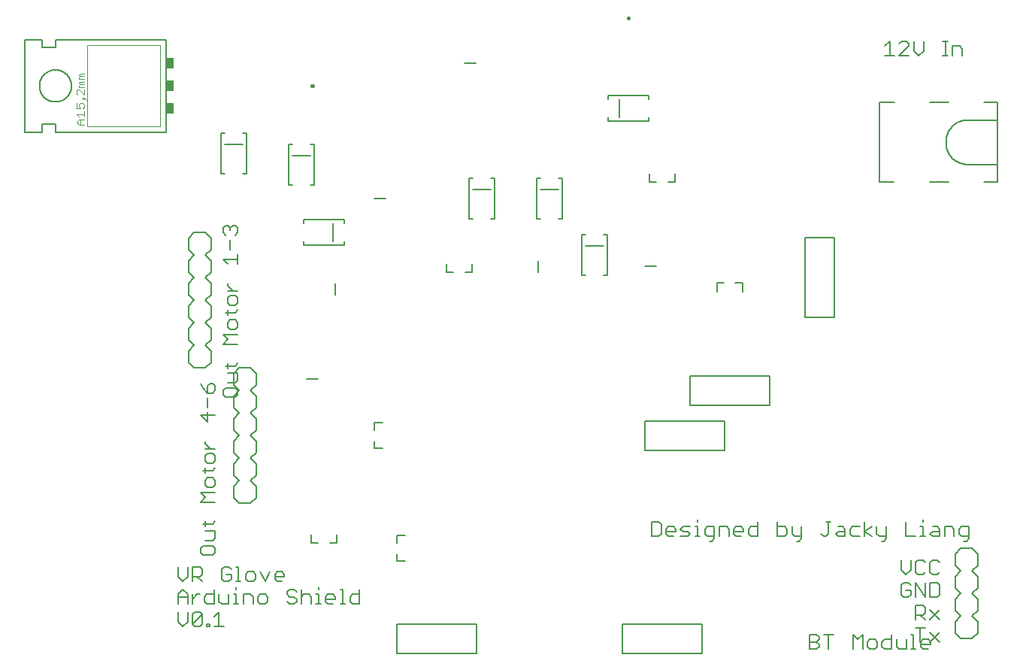
<source format=gto>
G75*
%MOIN*%
%OFA0B0*%
%FSLAX25Y25*%
%IPPOS*%
%LPD*%
%AMOC8*
5,1,8,0,0,1.08239X$1,22.5*
%
%ADD10C,0.00600*%
%ADD11C,0.00800*%
%ADD12C,0.00200*%
%ADD13C,0.00400*%
%ADD14R,0.03500X0.05000*%
%ADD15C,0.01600*%
D10*
X0358633Y0067435D02*
X0360768Y0065300D01*
X0362904Y0067435D01*
X0362904Y0071705D01*
X0365079Y0070638D02*
X0365079Y0066368D01*
X0369349Y0070638D01*
X0369349Y0066368D01*
X0368282Y0065300D01*
X0366146Y0065300D01*
X0365079Y0066368D01*
X0365079Y0070638D02*
X0366146Y0071705D01*
X0368282Y0071705D01*
X0369349Y0070638D01*
X0371524Y0066368D02*
X0372592Y0066368D01*
X0372592Y0065300D01*
X0371524Y0065300D01*
X0371524Y0066368D01*
X0374747Y0065300D02*
X0379017Y0065300D01*
X0376882Y0065300D02*
X0376882Y0071705D01*
X0374747Y0069570D01*
X0374720Y0075300D02*
X0371518Y0075300D01*
X0370450Y0076368D01*
X0370450Y0078503D01*
X0371518Y0079570D01*
X0374720Y0079570D01*
X0374720Y0081705D02*
X0374720Y0075300D01*
X0376896Y0076368D02*
X0377963Y0075300D01*
X0381166Y0075300D01*
X0381166Y0079570D01*
X0383341Y0079570D02*
X0384409Y0079570D01*
X0384409Y0075300D01*
X0385476Y0075300D02*
X0383341Y0075300D01*
X0387638Y0075300D02*
X0387638Y0079570D01*
X0390841Y0079570D01*
X0391908Y0078503D01*
X0391908Y0075300D01*
X0394084Y0076368D02*
X0395151Y0075300D01*
X0397286Y0075300D01*
X0398354Y0076368D01*
X0398354Y0078503D01*
X0397286Y0079570D01*
X0395151Y0079570D01*
X0394084Y0078503D01*
X0394084Y0076368D01*
X0406975Y0076368D02*
X0408042Y0075300D01*
X0410177Y0075300D01*
X0411245Y0076368D01*
X0411245Y0077435D01*
X0410177Y0078503D01*
X0408042Y0078503D01*
X0406975Y0079570D01*
X0406975Y0080638D01*
X0408042Y0081705D01*
X0410177Y0081705D01*
X0411245Y0080638D01*
X0413420Y0081705D02*
X0413420Y0075300D01*
X0413420Y0078503D02*
X0414488Y0079570D01*
X0416623Y0079570D01*
X0417690Y0078503D01*
X0417690Y0075300D01*
X0419866Y0075300D02*
X0422001Y0075300D01*
X0420933Y0075300D02*
X0420933Y0079570D01*
X0419866Y0079570D01*
X0420933Y0081705D02*
X0420933Y0082773D01*
X0424163Y0078503D02*
X0425230Y0079570D01*
X0427365Y0079570D01*
X0428433Y0078503D01*
X0428433Y0077435D01*
X0424163Y0077435D01*
X0424163Y0076368D02*
X0424163Y0078503D01*
X0424163Y0076368D02*
X0425230Y0075300D01*
X0427365Y0075300D01*
X0430608Y0075300D02*
X0432743Y0075300D01*
X0431676Y0075300D02*
X0431676Y0081705D01*
X0430608Y0081705D01*
X0434905Y0078503D02*
X0435973Y0079570D01*
X0439175Y0079570D01*
X0439175Y0081705D02*
X0439175Y0075300D01*
X0435973Y0075300D01*
X0434905Y0076368D01*
X0434905Y0078503D01*
X0405874Y0087435D02*
X0401603Y0087435D01*
X0401603Y0086368D02*
X0401603Y0088503D01*
X0402671Y0089570D01*
X0404806Y0089570D01*
X0405874Y0088503D01*
X0405874Y0087435D01*
X0404806Y0085300D02*
X0402671Y0085300D01*
X0401603Y0086368D01*
X0399428Y0089570D02*
X0397293Y0085300D01*
X0395158Y0089570D01*
X0392983Y0088503D02*
X0392983Y0086368D01*
X0391915Y0085300D01*
X0389780Y0085300D01*
X0388712Y0086368D01*
X0388712Y0088503D01*
X0389780Y0089570D01*
X0391915Y0089570D01*
X0392983Y0088503D01*
X0386550Y0085300D02*
X0384415Y0085300D01*
X0385483Y0085300D02*
X0385483Y0091705D01*
X0384415Y0091705D01*
X0382240Y0090638D02*
X0381173Y0091705D01*
X0379037Y0091705D01*
X0377970Y0090638D01*
X0377970Y0086368D01*
X0379037Y0085300D01*
X0381173Y0085300D01*
X0382240Y0086368D01*
X0382240Y0088503D01*
X0380105Y0088503D01*
X0384409Y0082773D02*
X0384409Y0081705D01*
X0376896Y0079570D02*
X0376896Y0076368D01*
X0368282Y0079570D02*
X0367214Y0079570D01*
X0365079Y0077435D01*
X0365079Y0075300D02*
X0365079Y0079570D01*
X0362904Y0079570D02*
X0362904Y0075300D01*
X0362904Y0078503D02*
X0358633Y0078503D01*
X0358633Y0079570D02*
X0360768Y0081705D01*
X0362904Y0079570D01*
X0358633Y0079570D02*
X0358633Y0075300D01*
X0358633Y0071705D02*
X0358633Y0067435D01*
X0360768Y0085300D02*
X0362904Y0087435D01*
X0362904Y0091705D01*
X0365079Y0091705D02*
X0368282Y0091705D01*
X0369349Y0090638D01*
X0369349Y0088503D01*
X0368282Y0087435D01*
X0365079Y0087435D01*
X0367214Y0087435D02*
X0369349Y0085300D01*
X0365079Y0085300D02*
X0365079Y0091705D01*
X0358633Y0091705D02*
X0358633Y0087435D01*
X0360768Y0085300D01*
X0369695Y0096880D02*
X0373966Y0096880D01*
X0375033Y0097947D01*
X0375033Y0100082D01*
X0373966Y0101150D01*
X0369695Y0101150D01*
X0368628Y0100082D01*
X0368628Y0097947D01*
X0369695Y0096880D01*
X0370763Y0103325D02*
X0373966Y0103325D01*
X0375033Y0104393D01*
X0375033Y0107595D01*
X0370763Y0107595D01*
X0370763Y0109771D02*
X0370763Y0111906D01*
X0369695Y0110838D02*
X0373966Y0110838D01*
X0375033Y0111906D01*
X0375033Y0120513D02*
X0368628Y0120513D01*
X0370763Y0122648D01*
X0368628Y0124783D01*
X0375033Y0124783D01*
X0373966Y0126959D02*
X0371831Y0126959D01*
X0370763Y0128026D01*
X0370763Y0130161D01*
X0371831Y0131229D01*
X0373966Y0131229D01*
X0375033Y0130161D01*
X0375033Y0128026D01*
X0373966Y0126959D01*
X0370763Y0133404D02*
X0370763Y0135539D01*
X0369695Y0134472D02*
X0373966Y0134472D01*
X0375033Y0135539D01*
X0373966Y0137701D02*
X0375033Y0138769D01*
X0375033Y0140904D01*
X0373966Y0141971D01*
X0371831Y0141971D01*
X0370763Y0140904D01*
X0370763Y0138769D01*
X0371831Y0137701D01*
X0373966Y0137701D01*
X0375033Y0144147D02*
X0370763Y0144147D01*
X0370763Y0146282D02*
X0370763Y0147349D01*
X0370763Y0146282D02*
X0372898Y0144147D01*
X0371831Y0155963D02*
X0371831Y0160234D01*
X0371831Y0162409D02*
X0371831Y0166679D01*
X0371831Y0168854D02*
X0371831Y0172057D01*
X0372898Y0173125D01*
X0373966Y0173125D01*
X0375033Y0172057D01*
X0375033Y0169922D01*
X0373966Y0168854D01*
X0371831Y0168854D01*
X0369695Y0170990D01*
X0368628Y0173125D01*
X0378628Y0170082D02*
X0378628Y0167947D01*
X0379695Y0166880D01*
X0383966Y0166880D01*
X0385033Y0167947D01*
X0385033Y0170082D01*
X0383966Y0171150D01*
X0379695Y0171150D01*
X0378628Y0170082D01*
X0380763Y0173325D02*
X0383966Y0173325D01*
X0385033Y0174393D01*
X0385033Y0177595D01*
X0380763Y0177595D01*
X0380763Y0179771D02*
X0380763Y0181906D01*
X0379695Y0180838D02*
X0383966Y0180838D01*
X0385033Y0181906D01*
X0385033Y0190513D02*
X0378628Y0190513D01*
X0380763Y0192648D01*
X0378628Y0194783D01*
X0385033Y0194783D01*
X0383966Y0196959D02*
X0385033Y0198026D01*
X0385033Y0200161D01*
X0383966Y0201229D01*
X0381831Y0201229D01*
X0380763Y0200161D01*
X0380763Y0198026D01*
X0381831Y0196959D01*
X0383966Y0196959D01*
X0380763Y0203404D02*
X0380763Y0205539D01*
X0379695Y0204472D02*
X0383966Y0204472D01*
X0385033Y0205539D01*
X0383966Y0207701D02*
X0385033Y0208769D01*
X0385033Y0210904D01*
X0383966Y0211971D01*
X0381831Y0211971D01*
X0380763Y0210904D01*
X0380763Y0208769D01*
X0381831Y0207701D01*
X0383966Y0207701D01*
X0385033Y0214147D02*
X0380763Y0214147D01*
X0382898Y0214147D02*
X0380763Y0216282D01*
X0380763Y0217349D01*
X0380763Y0225963D02*
X0378628Y0228099D01*
X0385033Y0228099D01*
X0385033Y0230234D02*
X0385033Y0225963D01*
X0381831Y0232409D02*
X0381831Y0236679D01*
X0383966Y0238854D02*
X0385033Y0239922D01*
X0385033Y0242057D01*
X0383966Y0243125D01*
X0382898Y0243125D01*
X0381831Y0242057D01*
X0381831Y0240990D01*
X0381831Y0242057D02*
X0380763Y0243125D01*
X0379695Y0243125D01*
X0378628Y0242057D01*
X0378628Y0239922D01*
X0379695Y0238854D01*
X0477733Y0226181D02*
X0477733Y0222400D01*
X0480843Y0222400D01*
X0485922Y0222400D02*
X0488933Y0222400D01*
X0488933Y0226181D01*
X0567733Y0262400D02*
X0570843Y0262400D01*
X0567733Y0262400D02*
X0567733Y0266181D01*
X0575922Y0262400D02*
X0578933Y0262400D01*
X0578933Y0266181D01*
X0597733Y0217600D02*
X0600744Y0217600D01*
X0597733Y0217600D02*
X0597733Y0213819D01*
X0605824Y0217600D02*
X0608933Y0217600D01*
X0608933Y0213819D01*
X0449514Y0155600D02*
X0445733Y0155600D01*
X0445733Y0152491D01*
X0445733Y0147411D02*
X0445733Y0144400D01*
X0449514Y0144400D01*
X0375033Y0159166D02*
X0368628Y0159166D01*
X0371831Y0155963D01*
X0417733Y0106181D02*
X0417733Y0102400D01*
X0420843Y0102400D01*
X0425922Y0102400D02*
X0428933Y0102400D01*
X0428933Y0106181D01*
X0455733Y0105600D02*
X0455733Y0102491D01*
X0455733Y0105600D02*
X0459514Y0105600D01*
X0455733Y0097411D02*
X0455733Y0094400D01*
X0459514Y0094400D01*
X0568633Y0105300D02*
X0571836Y0105300D01*
X0572904Y0106368D01*
X0572904Y0110638D01*
X0571836Y0111705D01*
X0568633Y0111705D01*
X0568633Y0105300D01*
X0575079Y0106368D02*
X0575079Y0108503D01*
X0576146Y0109570D01*
X0578282Y0109570D01*
X0579349Y0108503D01*
X0579349Y0107435D01*
X0575079Y0107435D01*
X0575079Y0106368D02*
X0576146Y0105300D01*
X0578282Y0105300D01*
X0581524Y0105300D02*
X0584727Y0105300D01*
X0585795Y0106368D01*
X0584727Y0107435D01*
X0582592Y0107435D01*
X0581524Y0108503D01*
X0582592Y0109570D01*
X0585795Y0109570D01*
X0587970Y0109570D02*
X0589037Y0109570D01*
X0589037Y0105300D01*
X0587970Y0105300D02*
X0590105Y0105300D01*
X0592267Y0106368D02*
X0592267Y0108503D01*
X0593334Y0109570D01*
X0596537Y0109570D01*
X0596537Y0104232D01*
X0595470Y0103165D01*
X0594402Y0103165D01*
X0593334Y0105300D02*
X0596537Y0105300D01*
X0598712Y0105300D02*
X0598712Y0109570D01*
X0601915Y0109570D01*
X0602983Y0108503D01*
X0602983Y0105300D01*
X0605158Y0106368D02*
X0605158Y0108503D01*
X0606225Y0109570D01*
X0608361Y0109570D01*
X0609428Y0108503D01*
X0609428Y0107435D01*
X0605158Y0107435D01*
X0605158Y0106368D02*
X0606225Y0105300D01*
X0608361Y0105300D01*
X0611603Y0106368D02*
X0611603Y0108503D01*
X0612671Y0109570D01*
X0615874Y0109570D01*
X0615874Y0111705D02*
X0615874Y0105300D01*
X0612671Y0105300D01*
X0611603Y0106368D01*
X0624494Y0105300D02*
X0624494Y0111705D01*
X0624494Y0109570D02*
X0627697Y0109570D01*
X0628765Y0108503D01*
X0628765Y0106368D01*
X0627697Y0105300D01*
X0624494Y0105300D01*
X0630940Y0106368D02*
X0630940Y0109570D01*
X0630940Y0106368D02*
X0632007Y0105300D01*
X0635210Y0105300D01*
X0635210Y0104232D02*
X0634143Y0103165D01*
X0633075Y0103165D01*
X0635210Y0104232D02*
X0635210Y0109570D01*
X0643831Y0106368D02*
X0644898Y0105300D01*
X0645966Y0105300D01*
X0647034Y0106368D01*
X0647034Y0111705D01*
X0648101Y0111705D02*
X0645966Y0111705D01*
X0651344Y0109570D02*
X0653479Y0109570D01*
X0654547Y0108503D01*
X0654547Y0105300D01*
X0651344Y0105300D01*
X0650276Y0106368D01*
X0651344Y0107435D01*
X0654547Y0107435D01*
X0656722Y0106368D02*
X0656722Y0108503D01*
X0657789Y0109570D01*
X0660992Y0109570D01*
X0663167Y0107435D02*
X0666370Y0109570D01*
X0668539Y0109570D02*
X0668539Y0106368D01*
X0669606Y0105300D01*
X0672809Y0105300D01*
X0672809Y0104232D02*
X0671741Y0103165D01*
X0670674Y0103165D01*
X0672809Y0104232D02*
X0672809Y0109570D01*
X0666370Y0105300D02*
X0663167Y0107435D01*
X0663167Y0105300D02*
X0663167Y0111705D01*
X0660992Y0105300D02*
X0657789Y0105300D01*
X0656722Y0106368D01*
X0681430Y0105300D02*
X0685700Y0105300D01*
X0687875Y0105300D02*
X0690010Y0105300D01*
X0688943Y0105300D02*
X0688943Y0109570D01*
X0687875Y0109570D01*
X0688943Y0111705D02*
X0688943Y0112773D01*
X0693240Y0109570D02*
X0695375Y0109570D01*
X0696442Y0108503D01*
X0696442Y0105300D01*
X0693240Y0105300D01*
X0692172Y0106368D01*
X0693240Y0107435D01*
X0696442Y0107435D01*
X0698618Y0105300D02*
X0698618Y0109570D01*
X0701820Y0109570D01*
X0702888Y0108503D01*
X0702888Y0105300D01*
X0705063Y0106368D02*
X0706131Y0105300D01*
X0709333Y0105300D01*
X0709333Y0104232D02*
X0709333Y0109570D01*
X0706131Y0109570D01*
X0705063Y0108503D01*
X0705063Y0106368D01*
X0707198Y0103165D02*
X0708266Y0103165D01*
X0709333Y0104232D01*
X0696458Y0093638D02*
X0695391Y0094705D01*
X0693255Y0094705D01*
X0692188Y0093638D01*
X0692188Y0089368D01*
X0693255Y0088300D01*
X0695391Y0088300D01*
X0696458Y0089368D01*
X0695391Y0084705D02*
X0692188Y0084705D01*
X0692188Y0078300D01*
X0695391Y0078300D01*
X0696458Y0079368D01*
X0696458Y0083638D01*
X0695391Y0084705D01*
X0690013Y0084705D02*
X0690013Y0078300D01*
X0685742Y0084705D01*
X0685742Y0078300D01*
X0683567Y0079368D02*
X0683567Y0081503D01*
X0681432Y0081503D01*
X0683567Y0083638D02*
X0682500Y0084705D01*
X0680364Y0084705D01*
X0679297Y0083638D01*
X0679297Y0079368D01*
X0680364Y0078300D01*
X0682500Y0078300D01*
X0683567Y0079368D01*
X0685742Y0074705D02*
X0688945Y0074705D01*
X0690013Y0073638D01*
X0690013Y0071503D01*
X0688945Y0070435D01*
X0685742Y0070435D01*
X0685742Y0068300D02*
X0685742Y0074705D01*
X0687877Y0070435D02*
X0690013Y0068300D01*
X0692188Y0068300D02*
X0696458Y0072570D01*
X0692188Y0072570D02*
X0696458Y0068300D01*
X0696458Y0062570D02*
X0692188Y0058300D01*
X0692319Y0058503D02*
X0692319Y0057435D01*
X0688049Y0057435D01*
X0687877Y0058300D02*
X0687877Y0064705D01*
X0685742Y0064705D02*
X0690013Y0064705D01*
X0692188Y0062570D02*
X0696458Y0058300D01*
X0692319Y0058503D02*
X0691252Y0059570D01*
X0689116Y0059570D01*
X0688049Y0058503D01*
X0688049Y0056368D01*
X0689116Y0055300D01*
X0691252Y0055300D01*
X0685887Y0055300D02*
X0683752Y0055300D01*
X0684819Y0055300D02*
X0684819Y0061705D01*
X0683752Y0061705D01*
X0681577Y0059570D02*
X0681577Y0055300D01*
X0678374Y0055300D01*
X0677306Y0056368D01*
X0677306Y0059570D01*
X0675131Y0059570D02*
X0671928Y0059570D01*
X0670861Y0058503D01*
X0670861Y0056368D01*
X0671928Y0055300D01*
X0675131Y0055300D01*
X0675131Y0061705D01*
X0668686Y0058503D02*
X0667618Y0059570D01*
X0665483Y0059570D01*
X0664415Y0058503D01*
X0664415Y0056368D01*
X0665483Y0055300D01*
X0667618Y0055300D01*
X0668686Y0056368D01*
X0668686Y0058503D01*
X0662240Y0061705D02*
X0662240Y0055300D01*
X0657970Y0055300D02*
X0657970Y0061705D01*
X0660105Y0059570D01*
X0662240Y0061705D01*
X0649349Y0061705D02*
X0645079Y0061705D01*
X0647214Y0061705D02*
X0647214Y0055300D01*
X0642904Y0056368D02*
X0641836Y0055300D01*
X0638633Y0055300D01*
X0638633Y0061705D01*
X0641836Y0061705D01*
X0642904Y0060638D01*
X0642904Y0059570D01*
X0641836Y0058503D01*
X0638633Y0058503D01*
X0641836Y0058503D02*
X0642904Y0057435D01*
X0642904Y0056368D01*
X0679297Y0090435D02*
X0681432Y0088300D01*
X0683567Y0090435D01*
X0683567Y0094705D01*
X0685742Y0093638D02*
X0685742Y0089368D01*
X0686810Y0088300D01*
X0688945Y0088300D01*
X0690013Y0089368D01*
X0679297Y0090435D02*
X0679297Y0094705D01*
X0685742Y0093638D02*
X0686810Y0094705D01*
X0688945Y0094705D01*
X0690013Y0093638D01*
X0681430Y0105300D02*
X0681430Y0111705D01*
X0593334Y0105300D02*
X0592267Y0106368D01*
X0589037Y0111705D02*
X0589037Y0112773D01*
X0353333Y0284500D02*
X0304333Y0284500D01*
X0304333Y0288000D01*
X0298333Y0288000D01*
X0298333Y0284500D01*
X0290833Y0284500D01*
X0290833Y0325500D01*
X0298333Y0325500D01*
X0298333Y0322000D01*
X0304333Y0322000D01*
X0304333Y0325500D01*
X0353333Y0325500D01*
X0353333Y0284500D01*
X0297233Y0305000D02*
X0297235Y0305174D01*
X0297242Y0305348D01*
X0297252Y0305522D01*
X0297267Y0305696D01*
X0297286Y0305869D01*
X0297310Y0306042D01*
X0297338Y0306214D01*
X0297369Y0306385D01*
X0297406Y0306556D01*
X0297446Y0306725D01*
X0297490Y0306894D01*
X0297539Y0307061D01*
X0297591Y0307227D01*
X0297648Y0307392D01*
X0297709Y0307555D01*
X0297773Y0307717D01*
X0297842Y0307877D01*
X0297915Y0308036D01*
X0297991Y0308192D01*
X0298071Y0308347D01*
X0298155Y0308500D01*
X0298243Y0308650D01*
X0298335Y0308798D01*
X0298430Y0308945D01*
X0298528Y0309088D01*
X0298630Y0309229D01*
X0298736Y0309368D01*
X0298845Y0309504D01*
X0298957Y0309638D01*
X0299072Y0309768D01*
X0299191Y0309896D01*
X0299313Y0310020D01*
X0299437Y0310142D01*
X0299565Y0310261D01*
X0299695Y0310376D01*
X0299829Y0310488D01*
X0299965Y0310597D01*
X0300104Y0310703D01*
X0300245Y0310805D01*
X0300388Y0310903D01*
X0300535Y0310998D01*
X0300683Y0311090D01*
X0300833Y0311178D01*
X0300986Y0311262D01*
X0301141Y0311342D01*
X0301297Y0311418D01*
X0301456Y0311491D01*
X0301616Y0311560D01*
X0301778Y0311624D01*
X0301941Y0311685D01*
X0302106Y0311742D01*
X0302272Y0311794D01*
X0302439Y0311843D01*
X0302608Y0311887D01*
X0302777Y0311927D01*
X0302948Y0311964D01*
X0303119Y0311995D01*
X0303291Y0312023D01*
X0303464Y0312047D01*
X0303637Y0312066D01*
X0303811Y0312081D01*
X0303985Y0312091D01*
X0304159Y0312098D01*
X0304333Y0312100D01*
X0304507Y0312098D01*
X0304681Y0312091D01*
X0304855Y0312081D01*
X0305029Y0312066D01*
X0305202Y0312047D01*
X0305375Y0312023D01*
X0305547Y0311995D01*
X0305718Y0311964D01*
X0305889Y0311927D01*
X0306058Y0311887D01*
X0306227Y0311843D01*
X0306394Y0311794D01*
X0306560Y0311742D01*
X0306725Y0311685D01*
X0306888Y0311624D01*
X0307050Y0311560D01*
X0307210Y0311491D01*
X0307369Y0311418D01*
X0307525Y0311342D01*
X0307680Y0311262D01*
X0307833Y0311178D01*
X0307983Y0311090D01*
X0308131Y0310998D01*
X0308278Y0310903D01*
X0308421Y0310805D01*
X0308562Y0310703D01*
X0308701Y0310597D01*
X0308837Y0310488D01*
X0308971Y0310376D01*
X0309101Y0310261D01*
X0309229Y0310142D01*
X0309353Y0310020D01*
X0309475Y0309896D01*
X0309594Y0309768D01*
X0309709Y0309638D01*
X0309821Y0309504D01*
X0309930Y0309368D01*
X0310036Y0309229D01*
X0310138Y0309088D01*
X0310236Y0308945D01*
X0310331Y0308798D01*
X0310423Y0308650D01*
X0310511Y0308500D01*
X0310595Y0308347D01*
X0310675Y0308192D01*
X0310751Y0308036D01*
X0310824Y0307877D01*
X0310893Y0307717D01*
X0310957Y0307555D01*
X0311018Y0307392D01*
X0311075Y0307227D01*
X0311127Y0307061D01*
X0311176Y0306894D01*
X0311220Y0306725D01*
X0311260Y0306556D01*
X0311297Y0306385D01*
X0311328Y0306214D01*
X0311356Y0306042D01*
X0311380Y0305869D01*
X0311399Y0305696D01*
X0311414Y0305522D01*
X0311424Y0305348D01*
X0311431Y0305174D01*
X0311433Y0305000D01*
X0311431Y0304826D01*
X0311424Y0304652D01*
X0311414Y0304478D01*
X0311399Y0304304D01*
X0311380Y0304131D01*
X0311356Y0303958D01*
X0311328Y0303786D01*
X0311297Y0303615D01*
X0311260Y0303444D01*
X0311220Y0303275D01*
X0311176Y0303106D01*
X0311127Y0302939D01*
X0311075Y0302773D01*
X0311018Y0302608D01*
X0310957Y0302445D01*
X0310893Y0302283D01*
X0310824Y0302123D01*
X0310751Y0301964D01*
X0310675Y0301808D01*
X0310595Y0301653D01*
X0310511Y0301500D01*
X0310423Y0301350D01*
X0310331Y0301202D01*
X0310236Y0301055D01*
X0310138Y0300912D01*
X0310036Y0300771D01*
X0309930Y0300632D01*
X0309821Y0300496D01*
X0309709Y0300362D01*
X0309594Y0300232D01*
X0309475Y0300104D01*
X0309353Y0299980D01*
X0309229Y0299858D01*
X0309101Y0299739D01*
X0308971Y0299624D01*
X0308837Y0299512D01*
X0308701Y0299403D01*
X0308562Y0299297D01*
X0308421Y0299195D01*
X0308278Y0299097D01*
X0308131Y0299002D01*
X0307983Y0298910D01*
X0307833Y0298822D01*
X0307680Y0298738D01*
X0307525Y0298658D01*
X0307369Y0298582D01*
X0307210Y0298509D01*
X0307050Y0298440D01*
X0306888Y0298376D01*
X0306725Y0298315D01*
X0306560Y0298258D01*
X0306394Y0298206D01*
X0306227Y0298157D01*
X0306058Y0298113D01*
X0305889Y0298073D01*
X0305718Y0298036D01*
X0305547Y0298005D01*
X0305375Y0297977D01*
X0305202Y0297953D01*
X0305029Y0297934D01*
X0304855Y0297919D01*
X0304681Y0297909D01*
X0304507Y0297902D01*
X0304333Y0297900D01*
X0304159Y0297902D01*
X0303985Y0297909D01*
X0303811Y0297919D01*
X0303637Y0297934D01*
X0303464Y0297953D01*
X0303291Y0297977D01*
X0303119Y0298005D01*
X0302948Y0298036D01*
X0302777Y0298073D01*
X0302608Y0298113D01*
X0302439Y0298157D01*
X0302272Y0298206D01*
X0302106Y0298258D01*
X0301941Y0298315D01*
X0301778Y0298376D01*
X0301616Y0298440D01*
X0301456Y0298509D01*
X0301297Y0298582D01*
X0301141Y0298658D01*
X0300986Y0298738D01*
X0300833Y0298822D01*
X0300683Y0298910D01*
X0300535Y0299002D01*
X0300388Y0299097D01*
X0300245Y0299195D01*
X0300104Y0299297D01*
X0299965Y0299403D01*
X0299829Y0299512D01*
X0299695Y0299624D01*
X0299565Y0299739D01*
X0299437Y0299858D01*
X0299313Y0299980D01*
X0299191Y0300104D01*
X0299072Y0300232D01*
X0298957Y0300362D01*
X0298845Y0300496D01*
X0298736Y0300632D01*
X0298630Y0300771D01*
X0298528Y0300912D01*
X0298430Y0301055D01*
X0298335Y0301202D01*
X0298243Y0301350D01*
X0298155Y0301500D01*
X0298071Y0301653D01*
X0297991Y0301808D01*
X0297915Y0301964D01*
X0297842Y0302123D01*
X0297773Y0302283D01*
X0297709Y0302445D01*
X0297648Y0302608D01*
X0297591Y0302773D01*
X0297539Y0302939D01*
X0297490Y0303106D01*
X0297446Y0303275D01*
X0297406Y0303444D01*
X0297369Y0303615D01*
X0297338Y0303786D01*
X0297310Y0303958D01*
X0297286Y0304131D01*
X0297267Y0304304D01*
X0297252Y0304478D01*
X0297242Y0304652D01*
X0297235Y0304826D01*
X0297233Y0305000D01*
X0672109Y0318300D02*
X0676379Y0318300D01*
X0674244Y0318300D02*
X0674244Y0324705D01*
X0672109Y0322570D01*
X0678554Y0323638D02*
X0679622Y0324705D01*
X0681757Y0324705D01*
X0682825Y0323638D01*
X0682825Y0322570D01*
X0678554Y0318300D01*
X0682825Y0318300D01*
X0685000Y0320435D02*
X0687135Y0318300D01*
X0689270Y0320435D01*
X0689270Y0324705D01*
X0685000Y0324705D02*
X0685000Y0320435D01*
X0697891Y0318300D02*
X0700026Y0318300D01*
X0698958Y0318300D02*
X0698958Y0324705D01*
X0697891Y0324705D02*
X0700026Y0324705D01*
X0702188Y0322570D02*
X0705391Y0322570D01*
X0706458Y0321503D01*
X0706458Y0318300D01*
X0702188Y0318300D02*
X0702188Y0322570D01*
D11*
X0700459Y0297717D02*
X0692192Y0297717D01*
X0676444Y0297717D02*
X0669751Y0297717D01*
X0669751Y0262283D01*
X0676050Y0262283D01*
X0692192Y0262283D02*
X0700459Y0262283D01*
X0708333Y0270157D02*
X0722113Y0270157D01*
X0722113Y0289843D01*
X0708333Y0289843D01*
X0722113Y0289843D02*
X0722113Y0297717D01*
X0716207Y0297717D01*
X0708334Y0289843D02*
X0708106Y0289830D01*
X0707879Y0289811D01*
X0707652Y0289787D01*
X0707426Y0289758D01*
X0707201Y0289723D01*
X0706977Y0289683D01*
X0706754Y0289637D01*
X0706531Y0289586D01*
X0706311Y0289530D01*
X0706091Y0289468D01*
X0705873Y0289401D01*
X0705657Y0289329D01*
X0705443Y0289251D01*
X0705231Y0289169D01*
X0705020Y0289081D01*
X0704812Y0288988D01*
X0704606Y0288890D01*
X0704403Y0288788D01*
X0704202Y0288680D01*
X0704004Y0288568D01*
X0703808Y0288450D01*
X0703616Y0288329D01*
X0703426Y0288202D01*
X0703239Y0288071D01*
X0703056Y0287936D01*
X0702876Y0287796D01*
X0702700Y0287651D01*
X0702527Y0287503D01*
X0702358Y0287350D01*
X0702192Y0287194D01*
X0702030Y0287033D01*
X0701872Y0286869D01*
X0701719Y0286701D01*
X0701569Y0286529D01*
X0701423Y0286353D01*
X0701282Y0286174D01*
X0701145Y0285992D01*
X0701013Y0285807D01*
X0700885Y0285618D01*
X0700762Y0285426D01*
X0700643Y0285232D01*
X0700529Y0285034D01*
X0700420Y0284834D01*
X0700316Y0284632D01*
X0700217Y0284426D01*
X0700123Y0284219D01*
X0700033Y0284009D01*
X0699949Y0283797D01*
X0699870Y0283584D01*
X0699796Y0283368D01*
X0699728Y0283151D01*
X0699664Y0282932D01*
X0699606Y0282711D01*
X0699554Y0282490D01*
X0699506Y0282267D01*
X0699464Y0282043D01*
X0699428Y0281818D01*
X0699397Y0281592D01*
X0699371Y0281365D01*
X0699351Y0281138D01*
X0699337Y0280911D01*
X0699328Y0280683D01*
X0699324Y0280455D01*
X0699326Y0280228D01*
X0699333Y0280000D01*
X0699326Y0279772D01*
X0699324Y0279545D01*
X0699328Y0279317D01*
X0699337Y0279089D01*
X0699351Y0278862D01*
X0699371Y0278635D01*
X0699397Y0278408D01*
X0699428Y0278182D01*
X0699464Y0277957D01*
X0699506Y0277733D01*
X0699554Y0277510D01*
X0699606Y0277289D01*
X0699664Y0277068D01*
X0699728Y0276849D01*
X0699796Y0276632D01*
X0699870Y0276416D01*
X0699949Y0276203D01*
X0700033Y0275991D01*
X0700123Y0275781D01*
X0700217Y0275574D01*
X0700316Y0275368D01*
X0700420Y0275166D01*
X0700529Y0274966D01*
X0700643Y0274768D01*
X0700762Y0274574D01*
X0700885Y0274382D01*
X0701013Y0274193D01*
X0701145Y0274008D01*
X0701282Y0273826D01*
X0701423Y0273647D01*
X0701569Y0273471D01*
X0701719Y0273299D01*
X0701872Y0273131D01*
X0702030Y0272967D01*
X0702192Y0272806D01*
X0702358Y0272650D01*
X0702527Y0272497D01*
X0702700Y0272349D01*
X0702876Y0272204D01*
X0703056Y0272064D01*
X0703239Y0271929D01*
X0703426Y0271798D01*
X0703616Y0271671D01*
X0703808Y0271550D01*
X0704004Y0271432D01*
X0704202Y0271320D01*
X0704403Y0271212D01*
X0704606Y0271110D01*
X0704812Y0271012D01*
X0705020Y0270919D01*
X0705231Y0270831D01*
X0705443Y0270749D01*
X0705657Y0270671D01*
X0705873Y0270599D01*
X0706091Y0270532D01*
X0706311Y0270470D01*
X0706531Y0270414D01*
X0706754Y0270363D01*
X0706977Y0270317D01*
X0707201Y0270277D01*
X0707426Y0270242D01*
X0707652Y0270213D01*
X0707879Y0270189D01*
X0708106Y0270170D01*
X0708334Y0270157D01*
X0722113Y0270157D02*
X0722113Y0262283D01*
X0716207Y0262283D01*
X0649829Y0237717D02*
X0649829Y0202283D01*
X0636837Y0202283D01*
X0636837Y0237717D01*
X0649829Y0237717D01*
X0570833Y0225000D02*
X0565833Y0225000D01*
X0549042Y0220945D02*
X0547270Y0220945D01*
X0549042Y0220945D02*
X0549042Y0239055D01*
X0547270Y0239055D01*
X0547270Y0233937D02*
X0539396Y0233937D01*
X0539396Y0239055D02*
X0537625Y0239055D01*
X0537625Y0220945D01*
X0539396Y0220945D01*
X0518333Y0222500D02*
X0518333Y0227500D01*
X0517625Y0245945D02*
X0517625Y0264055D01*
X0519396Y0264055D01*
X0527270Y0264055D02*
X0529042Y0264055D01*
X0529042Y0245945D01*
X0527270Y0245945D01*
X0519396Y0245945D02*
X0517625Y0245945D01*
X0499042Y0245945D02*
X0497270Y0245945D01*
X0499042Y0245945D02*
X0499042Y0264055D01*
X0497270Y0264055D01*
X0489396Y0264055D02*
X0487625Y0264055D01*
X0487625Y0245945D01*
X0489396Y0245945D01*
X0489396Y0258937D02*
X0497270Y0258937D01*
X0519396Y0258937D02*
X0527270Y0258937D01*
X0549278Y0289291D02*
X0549278Y0291063D01*
X0549278Y0289291D02*
X0567388Y0289291D01*
X0567388Y0291063D01*
X0554396Y0291063D02*
X0554396Y0298937D01*
X0549278Y0298937D02*
X0549278Y0300709D01*
X0567388Y0300709D01*
X0567388Y0298937D01*
X0490833Y0315000D02*
X0485833Y0315000D01*
X0419042Y0279055D02*
X0419042Y0260945D01*
X0417270Y0260945D01*
X0409396Y0260945D02*
X0407625Y0260945D01*
X0407625Y0279055D01*
X0409396Y0279055D01*
X0417270Y0279055D02*
X0419042Y0279055D01*
X0417270Y0273937D02*
X0409396Y0273937D01*
X0389042Y0265945D02*
X0389042Y0284055D01*
X0387270Y0284055D01*
X0387270Y0278937D02*
X0379396Y0278937D01*
X0379396Y0284055D02*
X0377625Y0284055D01*
X0377625Y0265945D01*
X0379396Y0265945D01*
X0387270Y0265945D02*
X0389042Y0265945D01*
X0414278Y0245709D02*
X0432388Y0245709D01*
X0432388Y0243937D01*
X0427270Y0243937D02*
X0427270Y0236063D01*
X0432388Y0236063D02*
X0432388Y0234291D01*
X0414278Y0234291D01*
X0414278Y0236063D01*
X0414278Y0243937D02*
X0414278Y0245709D01*
X0445833Y0255000D02*
X0450833Y0255000D01*
X0373333Y0237500D02*
X0373333Y0232500D01*
X0370833Y0230000D01*
X0373333Y0227500D01*
X0373333Y0222500D01*
X0370833Y0220000D01*
X0373333Y0217500D01*
X0373333Y0212500D01*
X0370833Y0210000D01*
X0373333Y0207500D01*
X0373333Y0202500D01*
X0370833Y0200000D01*
X0373333Y0197500D01*
X0373333Y0192500D01*
X0370833Y0190000D01*
X0373333Y0187500D01*
X0373333Y0182500D01*
X0370833Y0180000D01*
X0365833Y0180000D01*
X0363333Y0182500D01*
X0363333Y0187500D01*
X0365833Y0190000D01*
X0363333Y0192500D01*
X0363333Y0197500D01*
X0365833Y0200000D01*
X0363333Y0202500D01*
X0363333Y0207500D01*
X0365833Y0210000D01*
X0363333Y0212500D01*
X0363333Y0217500D01*
X0365833Y0220000D01*
X0363333Y0222500D01*
X0363333Y0227500D01*
X0365833Y0230000D01*
X0363333Y0232500D01*
X0363333Y0237500D01*
X0365833Y0240000D01*
X0370833Y0240000D01*
X0373333Y0237500D01*
X0428333Y0217500D02*
X0428333Y0212500D01*
X0393333Y0177500D02*
X0393333Y0172500D01*
X0390833Y0170000D01*
X0393333Y0167500D01*
X0393333Y0162500D01*
X0390833Y0160000D01*
X0393333Y0157500D01*
X0393333Y0152500D01*
X0390833Y0150000D01*
X0393333Y0147500D01*
X0393333Y0142500D01*
X0390833Y0140000D01*
X0393333Y0137500D01*
X0393333Y0132500D01*
X0390833Y0130000D01*
X0393333Y0127500D01*
X0393333Y0122500D01*
X0390833Y0120000D01*
X0385833Y0120000D01*
X0383333Y0122500D01*
X0383333Y0127500D01*
X0385833Y0130000D01*
X0383333Y0132500D01*
X0383333Y0137500D01*
X0385833Y0140000D01*
X0383333Y0142500D01*
X0383333Y0147500D01*
X0385833Y0150000D01*
X0383333Y0152500D01*
X0383333Y0157500D01*
X0385833Y0160000D01*
X0383333Y0162500D01*
X0383333Y0167500D01*
X0385833Y0170000D01*
X0383333Y0172500D01*
X0383333Y0177500D01*
X0385833Y0180000D01*
X0390833Y0180000D01*
X0393333Y0177500D01*
X0415833Y0175000D02*
X0420833Y0175000D01*
X0565617Y0156496D02*
X0565617Y0143504D01*
X0601050Y0143504D01*
X0601050Y0156496D01*
X0565617Y0156496D01*
X0585617Y0163504D02*
X0585617Y0176496D01*
X0621050Y0176496D01*
X0621050Y0163504D01*
X0585617Y0163504D01*
X0703333Y0097500D02*
X0703333Y0092500D01*
X0705833Y0090000D01*
X0703333Y0087500D01*
X0703333Y0082500D01*
X0705833Y0080000D01*
X0703333Y0077500D01*
X0703333Y0072500D01*
X0705833Y0070000D01*
X0703333Y0067500D01*
X0703333Y0062500D01*
X0705833Y0060000D01*
X0710833Y0060000D01*
X0713333Y0062500D01*
X0713333Y0067500D01*
X0710833Y0070000D01*
X0713333Y0072500D01*
X0713333Y0077500D01*
X0710833Y0080000D01*
X0713333Y0082500D01*
X0713333Y0087500D01*
X0710833Y0090000D01*
X0713333Y0092500D01*
X0713333Y0097500D01*
X0710833Y0100000D01*
X0705833Y0100000D01*
X0703333Y0097500D01*
X0591050Y0066496D02*
X0591050Y0053504D01*
X0555617Y0053504D01*
X0555617Y0066496D01*
X0591050Y0066496D01*
X0491050Y0066496D02*
X0491050Y0053504D01*
X0455617Y0053504D01*
X0455617Y0066496D01*
X0491050Y0066496D01*
D12*
X0350833Y0287000D02*
X0318333Y0287000D01*
X0318333Y0323000D01*
X0350833Y0323000D01*
X0350833Y0287000D01*
D13*
X0317133Y0287700D02*
X0314798Y0287700D01*
X0313630Y0288868D01*
X0314798Y0290035D01*
X0317133Y0290035D01*
X0317133Y0291291D02*
X0317133Y0293626D01*
X0317133Y0292459D02*
X0313630Y0292459D01*
X0314798Y0291291D01*
X0315382Y0290035D02*
X0315382Y0287700D01*
X0315382Y0294882D02*
X0313630Y0294882D01*
X0313630Y0297217D01*
X0314798Y0296634D02*
X0315382Y0297217D01*
X0316550Y0297217D01*
X0317133Y0296634D01*
X0317133Y0295466D01*
X0316550Y0294882D01*
X0315382Y0294882D02*
X0314798Y0296050D01*
X0314798Y0296634D01*
X0316550Y0299057D02*
X0317133Y0299057D01*
X0317133Y0299641D01*
X0316550Y0299641D01*
X0316550Y0299057D01*
X0317133Y0299641D02*
X0318301Y0298473D01*
X0317133Y0300867D02*
X0314798Y0303203D01*
X0314214Y0303203D01*
X0313630Y0302619D01*
X0313630Y0301451D01*
X0314214Y0300867D01*
X0317133Y0300867D02*
X0317133Y0303203D01*
X0317133Y0304458D02*
X0314798Y0304458D01*
X0314798Y0305042D01*
X0315382Y0305626D01*
X0314798Y0306210D01*
X0315382Y0306794D01*
X0317133Y0306794D01*
X0317133Y0305626D02*
X0315382Y0305626D01*
X0314798Y0308049D02*
X0314798Y0308633D01*
X0315382Y0309217D01*
X0314798Y0309801D01*
X0315382Y0310385D01*
X0317133Y0310385D01*
X0317133Y0309217D02*
X0315382Y0309217D01*
X0314798Y0308049D02*
X0317133Y0308049D01*
D14*
X0355083Y0305000D03*
X0355083Y0295000D03*
X0355083Y0315000D03*
D15*
X0418213Y0305000D02*
X0418453Y0305000D01*
X0558333Y0334880D02*
X0558333Y0335120D01*
M02*

</source>
